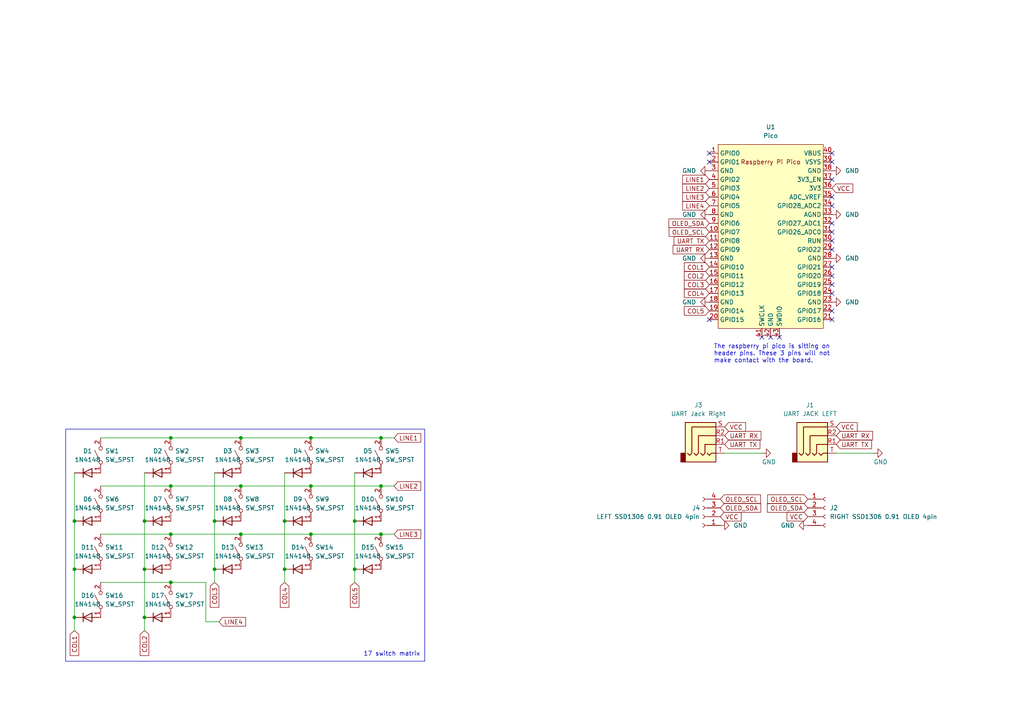
<source format=kicad_sch>
(kicad_sch (version 20230121) (generator eeschema)
  (paper "A4")
  (title_block (title "Eobard Split Keyboard") (date "2023-12-08") (rev "1.2") (company "by viniciusbrit") (comment 4 "This constitutes the design of a single half of a split keyboard."))
  (lib_symbols
    (symbol "Connector:Conn_01x04_Socket" (pin_names (offset 1.016) hide)
      (property "Reference" "J" (at 0 5.08 0))
      (property "Value" "Conn_01x04_Socket" (at 0 -7.62 0))
      (symbol "Conn_01x04_Socket_1_1"
        (arc (start 0 -4.572) (mid -0.5058 -5.08) (end 0 -5.588) (stroke (width 0.1524)))
        (arc (start 0 -2.032) (mid -0.5058 -2.54) (end 0 -3.048) (stroke (width 0.1524)))
        (polyline (pts (xy -1.27 -5.08) (xy -0.508 -5.08)) (stroke (width 0.1524)))
        (polyline (pts (xy -1.27 -2.54) (xy -0.508 -2.54)) (stroke (width 0.1524)))
        (polyline (pts (xy -1.27 0) (xy -0.508 0)) (stroke (width 0.1524)))
        (polyline (pts (xy -1.27 2.54) (xy -0.508 2.54)) (stroke (width 0.1524)))
        (arc (start 0 0.508) (mid -0.5058 0) (end 0 -0.508) (stroke (width 0.1524)))
        (arc (start 0 3.048) (mid -0.5058 2.54) (end 0 2.032) (stroke (width 0.1524)))
        (pin passive line (at -5.08 2.54 0) (length 3.81) (name "Pin_1") (number "1"))
        (pin passive line (at -5.08 0 0) (length 3.81) (name "Pin_2") (number "2"))
        (pin passive line (at -5.08 -2.54 0) (length 3.81) (name "Pin_3") (number "3"))
        (pin passive line (at -5.08 -5.08 0) (length 3.81) (name "Pin_4") (number "4"))
      )
    )
    (symbol "Connector_Audio:AudioJack4"
      (property "Reference" "J" (at 0 8.89 0))
      (property "Value" "AudioJack4" (at 0 6.35 0))
      (symbol "AudioJack4_0_1"
        (rectangle (start -6.35 -5.08) (end -7.62 -7.62) (stroke (width 0.254)) (fill (type outline)))
        (polyline (pts (xy 0 -5.08) (xy 0.635 -5.715) (xy 1.27 -5.08) (xy 2.54 -5.08)) (stroke (width 0.254)))
        (polyline (pts (xy -5.715 -5.08) (xy -5.08 -5.715) (xy -4.445 -5.08) (xy -4.445 2.54) (xy 2.54 2.54)) (stroke (width 0.254)))
        (polyline (pts (xy -1.905 -5.08) (xy -1.27 -5.715) (xy -0.635 -5.08) (xy -0.635 -2.54) (xy 2.54 -2.54)) (stroke (width 0.254)))
        (polyline (pts (xy 2.54 0) (xy -2.54 0) (xy -2.54 -5.08) (xy -3.175 -5.715) (xy -3.81 -5.08)) (stroke (width 0.254)))
        (rectangle (start 2.54 3.81) (end -6.35 -7.62) (stroke (width 0.254)) (fill (type background)))
      )
      (symbol "AudioJack4_1_1"
        (pin passive line (at 5.08 -2.54 180) (length 2.54) (name "~") (number "R1"))
        (pin passive line (at 5.08 0 180) (length 2.54) (name "~") (number "R2"))
        (pin passive line (at 5.08 2.54 180) (length 2.54) (name "~") (number "S"))
        (pin passive line (at 5.08 -5.08 180) (length 2.54) (name "~") (number "T"))
      )
    )
    (symbol "Diode:1N4148" (pin_numbers hide) (pin_names hide)
      (property "Reference" "D" (at 0 2.54 0))
      (property "Value" "1N4148" (at 0 -2.54 0))
      (symbol "1N4148_0_1"
        (polyline (pts (xy -1.27 1.27) (xy -1.27 -1.27)) (stroke (width 0.254)))
        (polyline (pts (xy 1.27 0) (xy -1.27 0)))
        (polyline (pts (xy 1.27 1.27) (xy 1.27 -1.27) (xy -1.27 0) (xy 1.27 1.27)) (stroke (width 0.254)))
      )
      (symbol "1N4148_1_1"
        (pin passive line (at -3.81 0 0) (length 2.54) (name "K") (number "1"))
        (pin passive line (at 3.81 0 180) (length 2.54) (name "A") (number "2"))
      )
    )
    (symbol "MCU_RaspberryPi_and_Boards:Pico"
      (property "Reference" "U" (at -13.97 27.94 0))
      (property "Value" "Pico" (at 0 19.05 0))
      (symbol "Pico_0_0"
        (text "Raspberry Pi Pico" (at 0 21.59 0) (effects (font (size 1.27 1.27))))
      )
      (symbol "Pico_0_1"
        (rectangle (start -15.24 26.67) (end 15.24 -26.67) (fill (type background)))
      )
      (symbol "Pico_1_1"
        (pin bidirectional line (at -17.78 24.13 0) (length 2.54) (name "GPIO0") (number "1"))
        (pin bidirectional line (at -17.78 1.27 0) (length 2.54) (name "GPIO7") (number "10"))
        (pin bidirectional line (at -17.78 -1.27 0) (length 2.54) (name "GPIO8") (number "11"))
        (pin bidirectional line (at -17.78 -3.81 0) (length 2.54) (name "GPIO9") (number "12"))
        (pin power_in line (at -17.78 -6.35 0) (length 2.54) (name "GND") (number "13"))
        (pin bidirectional line (at -17.78 -8.89 0) (length 2.54) (name "GPIO10") (number "14"))
        (pin bidirectional line (at -17.78 -11.43 0) (length 2.54) (name "GPIO11") (number "15"))
        (pin bidirectional line (at -17.78 -13.97 0) (length 2.54) (name "GPIO12") (number "16"))
        (pin bidirectional line (at -17.78 -16.51 0) (length 2.54) (name "GPIO13") (number "17"))
        (pin power_in line (at -17.78 -19.05 0) (length 2.54) (name "GND") (number "18"))
        (pin bidirectional line (at -17.78 -21.59 0) (length 2.54) (name "GPIO14") (number "19"))
        (pin bidirectional line (at -17.78 21.59 0) (length 2.54) (name "GPIO1") (number "2"))
        (pin bidirectional line (at -17.78 -24.13 0) (length 2.54) (name "GPIO15") (number "20"))
        (pin bidirectional line (at 17.78 -24.13 180) (length 2.54) (name "GPIO16") (number "21"))
        (pin bidirectional line (at 17.78 -21.59 180) (length 2.54) (name "GPIO17") (number "22"))
        (pin power_in line (at 17.78 -19.05 180) (length 2.54) (name "GND") (number "23"))
        (pin bidirectional line (at 17.78 -16.51 180) (length 2.54) (name "GPIO18") (number "24"))
        (pin bidirectional line (at 17.78 -13.97 180) (length 2.54) (name "GPIO19") (number "25"))
        (pin bidirectional line (at 17.78 -11.43 180) (length 2.54) (name "GPIO20") (number "26"))
        (pin bidirectional line (at 17.78 -8.89 180) (length 2.54) (name "GPIO21") (number "27"))
        (pin power_in line (at 17.78 -6.35 180) (length 2.54) (name "GND") (number "28"))
        (pin bidirectional line (at 17.78 -3.81 180) (length 2.54) (name "GPIO22") (number "29"))
        (pin power_in line (at -17.78 19.05 0) (length 2.54) (name "GND") (number "3"))
        (pin input line (at 17.78 -1.27 180) (length 2.54) (name "RUN") (number "30"))
        (pin bidirectional line (at 17.78 1.27 180) (length 2.54) (name "GPIO26_ADC0") (number "31"))
        (pin bidirectional line (at 17.78 3.81 180) (length 2.54) (name "GPIO27_ADC1") (number "32"))
        (pin power_in line (at 17.78 6.35 180) (length 2.54) (name "AGND") (number "33"))
        (pin bidirectional line (at 17.78 8.89 180) (length 2.54) (name "GPIO28_ADC2") (number "34"))
        (pin power_in line (at 17.78 11.43 180) (length 2.54) (name "ADC_VREF") (number "35"))
        (pin power_in line (at 17.78 13.97 180) (length 2.54) (name "3V3") (number "36"))
        (pin input line (at 17.78 16.51 180) (length 2.54) (name "3V3_EN") (number "37"))
        (pin bidirectional line (at 17.78 19.05 180) (length 2.54) (name "GND") (number "38"))
        (pin power_in line (at 17.78 21.59 180) (length 2.54) (name "VSYS") (number "39"))
        (pin bidirectional line (at -17.78 16.51 0) (length 2.54) (name "GPIO2") (number "4"))
        (pin power_in line (at 17.78 24.13 180) (length 2.54) (name "VBUS") (number "40"))
        (pin input line (at -2.54 -29.21 90) (length 2.54) (name "SWCLK") (number "41"))
        (pin power_in line (at 0 -29.21 90) (length 2.54) (name "GND") (number "42"))
        (pin bidirectional line (at 2.54 -29.21 90) (length 2.54) (name "SWDIO") (number "43"))
        (pin bidirectional line (at -17.78 13.97 0) (length 2.54) (name "GPIO3") (number "5"))
        (pin bidirectional line (at -17.78 11.43 0) (length 2.54) (name "GPIO4") (number "6"))
        (pin bidirectional line (at -17.78 8.89 0) (length 2.54) (name "GPIO5") (number "7"))
        (pin power_in line (at -17.78 6.35 0) (length 2.54) (name "GND") (number "8"))
        (pin bidirectional line (at -17.78 3.81 0) (length 2.54) (name "GPIO6") (number "9"))
      )
    )
    (symbol "Switch:SW_SPST" (pin_names (offset 0) hide)
      (property "Reference" "SW" (at 0 3.175 0))
      (property "Value" "SW_SPST" (at 0 -2.54 0))
      (symbol "SW_SPST_0_0"
        (circle (center -2.032 0) (radius 0.508))
        (polyline (pts (xy -1.524 0.254) (xy 1.524 1.778)))
        (circle (center 2.032 0) (radius 0.508))
      )
      (symbol "SW_SPST_1_1"
        (pin passive line (at -5.08 0 0) (length 2.54) (name "A") (number "1"))
        (pin passive line (at 5.08 0 180) (length 2.54) (name "B") (number "2"))
      )
    )
    (symbol "power:GND" (power) (pin_names (offset 0))
      (property "Value" "GND" (at 0 -3.81 0))
      (symbol "GND_0_1"
        (polyline (pts (xy 0 0) (xy 0 -1.27) (xy 1.27 -1.27) (xy 0 -2.54) (xy -1.27 -1.27) (xy 0 -1.27)))
      )
      (symbol "GND_1_1"
        (pin power_in line (at 0 0 270) (length 0) hide (name "GND") (number "1"))
      )
    )
  )
  (junction (at 21.59 179.07))
  (junction (at 21.59 151.13))
  (junction (at 69.85 127))
  (junction (at 49.53 168.91))
  (junction (at 49.53 154.94))
  (junction (at 110.49 127))
  (junction (at 90.17 154.94))
  (junction (at 69.85 154.94))
  (junction (at 102.87 151.13))
  (junction (at 90.17 127))
  (junction (at 110.49 154.94))
  (junction (at 62.23 151.13))
  (junction (at 82.55 151.13))
  (junction (at 21.59 165.1))
  (junction (at 69.85 140.97))
  (junction (at 41.91 151.13))
  (junction (at 49.53 140.97))
  (junction (at 102.87 165.1))
  (junction (at 62.23 165.1))
  (junction (at 41.91 179.07))
  (junction (at 90.17 140.97))
  (junction (at 49.53 127))
  (junction (at 41.91 165.1))
  (junction (at 82.55 165.1))
  (junction (at 110.49 140.97))
  (no_connect (at 241.3 44.45))
  (no_connect (at 241.3 67.31))
  (no_connect (at 241.3 57.15))
  (no_connect (at 241.3 80.01))
  (no_connect (at 226.06 97.79))
  (no_connect (at 241.3 69.85))
  (no_connect (at 205.74 44.45))
  (no_connect (at 241.3 52.07))
  (no_connect (at 241.3 82.55))
  (no_connect (at 223.52 97.79))
  (no_connect (at 205.74 92.71))
  (no_connect (at 220.98 97.79))
  (no_connect (at 241.3 90.17))
  (no_connect (at 205.74 46.99))
  (no_connect (at 241.3 72.39))
  (no_connect (at 241.3 59.69))
  (no_connect (at 241.3 77.47))
  (no_connect (at 241.3 46.99))
  (no_connect (at 241.3 85.09))
  (no_connect (at 241.3 64.77))
  (no_connect (at 241.3 92.71))
  (wire (pts (xy 21.59 165.1) (xy 21.59 179.07)))
  (wire (pts (xy 102.87 137.16) (xy 102.87 151.13)))
  (wire (pts (xy 29.21 154.94) (xy 49.53 154.94)))
  (wire (pts (xy 41.91 137.16) (xy 41.91 151.13)))
  (wire (pts (xy 82.55 165.1) (xy 82.55 168.91)))
  (wire (pts (xy 110.49 140.97) (xy 114.3 140.97)))
  (wire (pts (xy 102.87 165.1) (xy 102.87 168.91)))
  (wire (pts (xy 49.53 127) (xy 69.85 127)))
  (wire (pts (xy 21.59 137.16) (xy 21.59 151.13)))
  (wire (pts (xy 69.85 140.97) (xy 90.17 140.97)))
  (wire (pts (xy 41.91 151.13) (xy 41.91 165.1)))
  (wire (pts (xy 102.87 151.13) (xy 102.87 165.1)))
  (wire (pts (xy 41.91 165.1) (xy 41.91 179.07)))
  (wire (pts (xy 59.69 180.34) (xy 63.5 180.34)))
  (wire (pts (xy 90.17 127) (xy 110.49 127)))
  (wire (pts (xy 242.57 131.445) (xy 253.365 131.445)))
  (wire (pts (xy 59.69 168.91) (xy 49.53 168.91)))
  (wire (pts (xy 49.53 140.97) (xy 69.85 140.97)))
  (wire (pts (xy 82.55 137.16) (xy 82.55 151.13)))
  (wire (pts (xy 59.69 180.34) (xy 59.69 168.91)))
  (wire (pts (xy 62.23 151.13) (xy 62.23 165.1)))
  (wire (pts (xy 69.85 127) (xy 90.17 127)))
  (wire (pts (xy 90.17 140.97) (xy 110.49 140.97)))
  (wire (pts (xy 62.23 137.16) (xy 62.23 151.13)))
  (wire (pts (xy 49.53 154.94) (xy 69.85 154.94)))
  (wire (pts (xy 29.21 168.91) (xy 49.53 168.91)))
  (wire (pts (xy 210.185 131.445) (xy 220.98 131.445)))
  (wire (pts (xy 90.17 154.94) (xy 110.49 154.94)))
  (wire (pts (xy 21.59 151.13) (xy 21.59 165.1)))
  (wire (pts (xy 21.59 179.07) (xy 21.59 182.88)))
  (wire (pts (xy 110.49 127) (xy 114.3 127)))
  (wire (pts (xy 110.49 154.94) (xy 114.3 154.94)))
  (wire (pts (xy 62.23 165.1) (xy 62.23 168.91)))
  (wire (pts (xy 41.91 179.07) (xy 41.91 182.88)))
  (wire (pts (xy 29.21 140.97) (xy 49.53 140.97)))
  (wire (pts (xy 82.55 151.13) (xy 82.55 165.1)))
  (wire (pts (xy 29.21 127) (xy 49.53 127)))
  (wire (pts (xy 69.85 154.94) (xy 90.17 154.94)))
  (rectangle (start 19.05 124.46) (end 123.19 191.77))
  (text "The raspberry pi pico is sitting on \nheader pins. These 3 pins will not \nmake contact with the board." (at 207.01 105.41 0) (effects (font (size 1.27 1.27)) (justify left bottom)))
  (text "17 switch matrix" (at 105.41 190.5 0) (effects (font (size 1.27 1.27)) (justify left bottom)))
  (global_label "UART TX" (shape input) (at 205.74 69.85 180) (property "Intersheetrefs" "${INTERSHEET_REFS}" (effects hide)))
  (global_label "COL2" (shape input) (at 41.91 182.88 270) (property "Intersheetrefs" "${INTERSHEET_REFS}" (effects hide)))
  (global_label "LINE2" (shape input) (at 114.3 140.97 0) (property "Intersheetrefs" "${INTERSHEET_REFS}" (effects hide)))
  (global_label "OLED_SCL" (shape input) (at 205.74 67.31 180) (property "Intersheetrefs" "${INTERSHEET_REFS}" (effects hide)))
  (global_label "UART RX" (shape input) (at 242.57 126.365 0) (property "Intersheetrefs" "${INTERSHEET_REFS}" (effects hide)))
  (global_label "LINE3" (shape input) (at 114.3 154.94 0) (property "Intersheetrefs" "${INTERSHEET_REFS}" (effects hide)))
  (global_label "LINE4" (shape input) (at 63.5 180.34 0) (property "Intersheetrefs" "${INTERSHEET_REFS}" (effects hide)))
  (global_label "UART TX" (shape input) (at 210.185 128.905 0) (property "Intersheetrefs" "${INTERSHEET_REFS}" (effects hide)))
  (global_label "LINE3" (shape input) (at 205.74 57.15 180) (property "Intersheetrefs" "${INTERSHEET_REFS}" (effects hide)))
  (global_label "LINE1" (shape input) (at 114.3 127 0) (property "Intersheetrefs" "${INTERSHEET_REFS}" (effects hide)))
  (global_label "OLED_SDA" (shape input) (at 208.915 147.32 0) (property "Intersheetrefs" "${INTERSHEET_REFS}" (effects hide)))
  (global_label "LINE4" (shape input) (at 205.74 59.69 180) (property "Intersheetrefs" "${INTERSHEET_REFS}" (effects hide)))
  (global_label "COL4" (shape input) (at 205.74 85.09 180) (property "Intersheetrefs" "${INTERSHEET_REFS}" (effects hide)))
  (global_label "VCC" (shape input) (at 241.3 54.61 0) (property "Intersheetrefs" "${INTERSHEET_REFS}" (effects hide)))
  (global_label "VCC" (shape input) (at 208.915 149.86 0) (property "Intersheetrefs" "${INTERSHEET_REFS}" (effects hide)))
  (global_label "COL5" (shape input) (at 205.74 90.17 180) (property "Intersheetrefs" "${INTERSHEET_REFS}" (effects hide)))
  (global_label "OLED_SCL" (shape input) (at 234.315 144.78 180) (property "Intersheetrefs" "${INTERSHEET_REFS}" (effects hide)))
  (global_label "COL3" (shape input) (at 62.23 168.91 270) (property "Intersheetrefs" "${INTERSHEET_REFS}" (effects hide)))
  (global_label "UART TX" (shape input) (at 242.57 128.905 0) (property "Intersheetrefs" "${INTERSHEET_REFS}" (effects hide)))
  (global_label "VCC" (shape input) (at 242.57 123.825 0) (property "Intersheetrefs" "${INTERSHEET_REFS}" (effects hide)))
  (global_label "VCC" (shape input) (at 234.315 149.86 180) (property "Intersheetrefs" "${INTERSHEET_REFS}" (effects hide)))
  (global_label "COL4" (shape input) (at 82.55 168.91 270) (property "Intersheetrefs" "${INTERSHEET_REFS}" (effects hide)))
  (global_label "UART RX" (shape input) (at 205.74 72.39 180) (property "Intersheetrefs" "${INTERSHEET_REFS}" (effects hide)))
  (global_label "COL3" (shape input) (at 205.74 82.55 180) (property "Intersheetrefs" "${INTERSHEET_REFS}" (effects hide)))
  (global_label "UART RX" (shape input) (at 210.185 126.365 0) (property "Intersheetrefs" "${INTERSHEET_REFS}" (effects hide)))
  (global_label "OLED_SDA" (shape input) (at 205.74 64.77 180) (property "Intersheetrefs" "${INTERSHEET_REFS}" (effects hide)))
  (global_label "VCC" (shape input) (at 210.185 123.825 0) (property "Intersheetrefs" "${INTERSHEET_REFS}" (effects hide)))
  (global_label "COL1" (shape input) (at 21.59 182.88 270) (property "Intersheetrefs" "${INTERSHEET_REFS}" (effects hide)))
  (global_label "COL2" (shape input) (at 205.74 80.01 180) (property "Intersheetrefs" "${INTERSHEET_REFS}" (effects hide)))
  (global_label "COL1" (shape input) (at 205.74 77.47 180) (property "Intersheetrefs" "${INTERSHEET_REFS}" (effects hide)))
  (global_label "COL5" (shape input) (at 102.87 168.91 270) (property "Intersheetrefs" "${INTERSHEET_REFS}" (effects hide)))
  (global_label "OLED_SCL" (shape input) (at 208.915 144.78 0) (property "Intersheetrefs" "${INTERSHEET_REFS}" (effects hide)))
  (global_label "LINE1" (shape input) (at 205.74 52.07 180) (property "Intersheetrefs" "${INTERSHEET_REFS}" (effects hide)))
  (global_label "LINE2" (shape input) (at 205.74 54.61 180) (property "Intersheetrefs" "${INTERSHEET_REFS}" (effects hide)))
  (global_label "OLED_SDA" (shape input) (at 234.315 147.32 180) (property "Intersheetrefs" "${INTERSHEET_REFS}" (effects hide)))
  (symbol (lib_id "Switch:SW_SPST") (at 29.21 132.08 90) (unit 1)
    (property "Reference" "SW1" (at 30.48 130.81 90) (effects (justify right)))
    (property "Value" "SW_SPST" (at 30.48 133.35 90) (effects (justify right)))
    (property "Footprint" "keyswitches:SW_MX_reversible" (effects hide))
  )
  (symbol (lib_id "power:GND") (at 241.3 87.63 90) (unit 1)
    (property "Reference" "#PWR05" (effects hide))
    (property "Value" "GND" (at 245.11 87.63 90) (effects (justify right)))
  )
  (symbol (lib_id "Connector:Conn_01x04_Socket") (at 203.835 149.86 180) (unit 1)
    (property "Reference" "J4" (at 201.93 147.32 0))
    (property "Value" "LEFT SSD1306 0.91 OLED 4pin" (at 187.96 149.86 0))
    (property "Footprint" "Connector_PinHeader_2.54mm:PinHeader_1x04_P2.54mm_Vertical" (effects hide))
  )
  (symbol (lib_id "power:GND") (at 241.3 74.93 90) (unit 1)
    (property "Reference" "#PWR06" (effects hide))
    (property "Value" "GND" (at 245.11 74.93 90) (effects (justify right)))
  )
  (symbol (lib_id "Diode:1N4148") (at 86.36 137.16 0) (unit 1)
    (property "Reference" "D4" (at 86.36 130.81 0))
    (property "Value" "1N4148" (at 86.36 133.35 0))
    (property "Footprint" "Diode_THT:D_DO-35_SOD27_P7.62mm_Horizontal" (effects hide))
    (property "Datasheet" "https://assets.nexperia.com/documents/data-sheet/1N4148_1N4448.pdf" (effects hide))
    (property "Sim.Device" "D" (effects hide))
    (property "Sim.Pins" "1=K 2=A" (effects hide))
  )
  (symbol (lib_id "power:GND") (at 241.3 62.23 90) (unit 1)
    (property "Reference" "#PWR08" (effects hide))
    (property "Value" "GND" (at 245.11 62.23 90) (effects (justify right)))
  )
  (symbol (lib_id "power:GND") (at 220.98 131.445 90) (unit 1)
    (property "Reference" "#PWR09" (effects hide))
    (property "Value" "GND" (at 220.98 133.985 90) (effects (justify right)))
  )
  (symbol (lib_id "power:GND") (at 205.74 62.23 270) (unit 1)
    (property "Reference" "#PWR010" (effects hide))
    (property "Value" "GND" (at 201.93 62.23 90) (effects (justify right)))
  )
  (symbol (lib_id "Switch:SW_SPST") (at 90.17 146.05 90) (unit 1)
    (property "Reference" "SW9" (at 91.44 144.78 90) (effects (justify right)))
    (property "Value" "SW_SPST" (at 91.44 147.32 90) (effects (justify right)))
    (property "Footprint" "keyswitches:SW_MX_reversible" (effects hide))
  )
  (symbol (lib_id "power:GND") (at 205.74 49.53 270) (unit 1)
    (property "Reference" "#PWR01" (effects hide))
    (property "Value" "GND" (at 201.93 49.53 90) (effects (justify right)))
  )
  (symbol (lib_id "power:GND") (at 208.915 152.4 90) (unit 1)
    (property "Reference" "#PWR012" (effects hide))
    (property "Value" "GND" (at 212.725 152.4 90) (effects (justify right)))
  )
  (symbol (lib_id "Switch:SW_SPST") (at 29.21 173.99 90) (unit 1)
    (property "Reference" "SW16" (at 30.48 172.72 90) (effects (justify right)))
    (property "Value" "SW_SPST" (at 30.48 175.26 90) (effects (justify right)))
    (property "Footprint" "keyswitches:SW_MX_reversible" (effects hide))
  )
  (symbol (lib_id "Switch:SW_SPST") (at 69.85 132.08 90) (unit 1)
    (property "Reference" "SW3" (at 71.12 130.81 90) (effects (justify right)))
    (property "Value" "SW_SPST" (at 71.12 133.35 90) (effects (justify right)))
    (property "Footprint" "keyswitches:SW_MX_reversible" (effects hide))
  )
  (symbol (lib_id "Switch:SW_SPST") (at 29.21 160.02 90) (unit 1)
    (property "Reference" "SW11" (at 30.48 158.75 90) (effects (justify right)))
    (property "Value" "SW_SPST" (at 30.48 161.29 90) (effects (justify right)))
    (property "Footprint" "keyswitches:SW_MX_reversible" (effects hide))
  )
  (symbol (lib_id "Connector:Conn_01x04_Socket") (at 239.395 147.32 0) (unit 1)
    (property "Reference" "J2" (at 240.665 147.32 0) (effects (justify left)))
    (property "Value" "RIGHT SSD1306 0.91 OLED 4pin" (at 240.665 149.86 0) (effects (justify left)))
    (property "Footprint" "Connector_PinHeader_2.54mm:PinHeader_1x04_P2.54mm_Vertical" (effects hide))
  )
  (symbol (lib_id "Connector_Audio:AudioJack4") (at 205.105 126.365 0) (unit 1)
    (property "Reference" "J3" (at 202.565 117.475 0))
    (property "Value" "UART Jack Right" (at 202.565 120.015 0))
    (property "Footprint" "PJ-320A_Library:PJ-320A" (effects hide))
  )
  (symbol (lib_id "Diode:1N4148") (at 45.72 179.07 0) (unit 1)
    (property "Reference" "D17" (at 45.72 172.72 0))
    (property "Value" "1N4148" (at 45.72 175.26 0))
    (property "Footprint" "Diode_THT:D_DO-35_SOD27_P7.62mm_Horizontal" (effects hide))
    (property "Datasheet" "https://assets.nexperia.com/documents/data-sheet/1N4148_1N4448.pdf" (effects hide))
    (property "Sim.Device" "D" (effects hide))
    (property "Sim.Pins" "1=K 2=A" (effects hide))
  )
  (symbol (lib_id "Diode:1N4148") (at 45.72 165.1 0) (unit 1)
    (property "Reference" "D12" (at 45.72 158.75 0))
    (property "Value" "1N4148" (at 45.72 161.29 0))
    (property "Footprint" "Diode_THT:D_DO-35_SOD27_P7.62mm_Horizontal" (effects hide))
    (property "Datasheet" "https://assets.nexperia.com/documents/data-sheet/1N4148_1N4448.pdf" (effects hide))
    (property "Sim.Device" "D" (effects hide))
    (property "Sim.Pins" "1=K 2=A" (effects hide))
  )
  (symbol (lib_id "Switch:SW_SPST") (at 49.53 132.08 90) (unit 1)
    (property "Reference" "SW2" (at 50.8 130.81 90) (effects (justify right)))
    (property "Value" "SW_SPST" (at 50.8 133.35 90) (effects (justify right)))
    (property "Footprint" "keyswitches:SW_MX_reversible" (effects hide))
  )
  (symbol (lib_id "power:GND") (at 205.74 87.63 270) (unit 1)
    (property "Reference" "#PWR04" (effects hide))
    (property "Value" "GND" (at 201.93 87.63 90) (effects (justify right)))
  )
  (symbol (lib_id "Switch:SW_SPST") (at 49.53 146.05 90) (unit 1)
    (property "Reference" "SW7" (at 50.8 144.78 90) (effects (justify right)))
    (property "Value" "SW_SPST" (at 50.8 147.32 90) (effects (justify right)))
    (property "Footprint" "keyswitches:SW_MX_reversible" (effects hide))
  )
  (symbol (lib_id "Switch:SW_SPST") (at 110.49 160.02 90) (unit 1)
    (property "Reference" "SW15" (at 111.76 158.75 90) (effects (justify right)))
    (property "Value" "SW_SPST" (at 111.76 161.29 90) (effects (justify right)))
    (property "Footprint" "keyswitches:SW_MX_reversible" (effects hide))
  )
  (symbol (lib_id "power:GND") (at 253.365 131.445 90) (unit 1)
    (property "Reference" "#PWR011" (effects hide))
    (property "Value" "GND" (at 253.365 133.985 90) (effects (justify right)))
  )
  (symbol (lib_id "Switch:SW_SPST") (at 110.49 132.08 90) (unit 1)
    (property "Reference" "SW5" (at 111.76 130.81 90) (effects (justify right)))
    (property "Value" "SW_SPST" (at 111.76 133.35 90) (effects (justify right)))
    (property "Footprint" "keyswitches:SW_MX_reversible" (effects hide))
  )
  (symbol (lib_id "power:GND") (at 241.3 49.53 90) (unit 1)
    (property "Reference" "#PWR07" (effects hide))
    (property "Value" "GND" (at 245.11 49.53 90) (effects (justify right)))
  )
  (symbol (lib_id "Connector_Audio:AudioJack4") (at 237.49 126.365 0) (unit 1)
    (property "Reference" "J1" (at 234.95 117.475 0))
    (property "Value" "UART JACK LEFT" (at 234.95 120.015 0))
    (property "Footprint" "PJ-320A_Library:PJ-320A" (effects hide))
  )
  (symbol (lib_id "Diode:1N4148") (at 106.68 151.13 0) (unit 1)
    (property "Reference" "D10" (at 106.68 144.78 0))
    (property "Value" "1N4148" (at 106.68 147.32 0))
    (property "Footprint" "Diode_THT:D_DO-35_SOD27_P7.62mm_Horizontal" (effects hide))
    (property "Datasheet" "https://assets.nexperia.com/documents/data-sheet/1N4148_1N4448.pdf" (effects hide))
    (property "Sim.Device" "D" (effects hide))
    (property "Sim.Pins" "1=K 2=A" (effects hide))
  )
  (symbol (lib_id "Diode:1N4148") (at 25.4 151.13 0) (unit 1)
    (property "Reference" "D6" (at 25.4 144.78 0))
    (property "Value" "1N4148" (at 25.4 147.32 0))
    (property "Footprint" "Diode_THT:D_DO-35_SOD27_P7.62mm_Horizontal" (effects hide))
    (property "Datasheet" "https://assets.nexperia.com/documents/data-sheet/1N4148_1N4448.pdf" (effects hide))
    (property "Sim.Device" "D" (effects hide))
    (property "Sim.Pins" "1=K 2=A" (effects hide))
  )
  (symbol (lib_id "Switch:SW_SPST") (at 90.17 132.08 90) (unit 1)
    (property "Reference" "SW4" (at 91.44 130.81 90) (effects (justify right)))
    (property "Value" "SW_SPST" (at 91.44 133.35 90) (effects (justify right)))
    (property "Footprint" "keyswitches:SW_MX_reversible" (effects hide))
  )
  (symbol (lib_id "power:GND") (at 205.74 74.93 270) (unit 1)
    (property "Reference" "#PWR03" (effects hide))
    (property "Value" "GND" (at 201.93 74.93 90) (effects (justify right)))
  )
  (symbol (lib_id "Switch:SW_SPST") (at 69.85 146.05 90) (unit 1)
    (property "Reference" "SW8" (at 71.12 144.78 90) (effects (justify right)))
    (property "Value" "SW_SPST" (at 71.12 147.32 90) (effects (justify right)))
    (property "Footprint" "keyswitches:SW_MX_reversible" (effects hide))
  )
  (symbol (lib_id "Diode:1N4148") (at 66.04 165.1 0) (unit 1)
    (property "Reference" "D13" (at 66.04 158.75 0))
    (property "Value" "1N4148" (at 66.04 161.29 0))
    (property "Footprint" "Diode_THT:D_DO-35_SOD27_P7.62mm_Horizontal" (effects hide))
    (property "Datasheet" "https://assets.nexperia.com/documents/data-sheet/1N4148_1N4448.pdf" (effects hide))
    (property "Sim.Device" "D" (effects hide))
    (property "Sim.Pins" "1=K 2=A" (effects hide))
  )
  (symbol (lib_id "Diode:1N4148") (at 66.04 151.13 0) (unit 1)
    (property "Reference" "D8" (at 66.04 144.78 0))
    (property "Value" "1N4148" (at 66.04 147.32 0))
    (property "Footprint" "Diode_THT:D_DO-35_SOD27_P7.62mm_Horizontal" (effects hide))
    (property "Datasheet" "https://assets.nexperia.com/documents/data-sheet/1N4148_1N4448.pdf" (effects hide))
    (property "Sim.Device" "D" (effects hide))
    (property "Sim.Pins" "1=K 2=A" (effects hide))
  )
  (symbol (lib_id "Diode:1N4148") (at 25.4 165.1 0) (unit 1)
    (property "Reference" "D11" (at 25.4 158.75 0))
    (property "Value" "1N4148" (at 25.4 161.29 0))
    (property "Footprint" "Diode_THT:D_DO-35_SOD27_P7.62mm_Horizontal" (effects hide))
    (property "Datasheet" "https://assets.nexperia.com/documents/data-sheet/1N4148_1N4448.pdf" (effects hide))
    (property "Sim.Device" "D" (effects hide))
    (property "Sim.Pins" "1=K 2=A" (effects hide))
  )
  (symbol (lib_id "Diode:1N4148") (at 106.68 137.16 0) (unit 1)
    (property "Reference" "D5" (at 106.68 130.81 0))
    (property "Value" "1N4148" (at 106.68 133.35 0))
    (property "Footprint" "Diode_THT:D_DO-35_SOD27_P7.62mm_Horizontal" (effects hide))
    (property "Datasheet" "https://assets.nexperia.com/documents/data-sheet/1N4148_1N4448.pdf" (effects hide))
    (property "Sim.Device" "D" (effects hide))
    (property "Sim.Pins" "1=K 2=A" (effects hide))
  )
  (symbol (lib_id "Diode:1N4148") (at 25.4 179.07 0) (unit 1)
    (property "Reference" "D16" (at 25.4 172.72 0))
    (property "Value" "1N4148" (at 25.4 175.26 0))
    (property "Footprint" "Diode_THT:D_DO-35_SOD27_P7.62mm_Horizontal" (effects hide))
    (property "Datasheet" "https://assets.nexperia.com/documents/data-sheet/1N4148_1N4448.pdf" (effects hide))
    (property "Sim.Device" "D" (effects hide))
    (property "Sim.Pins" "1=K 2=A" (effects hide))
  )
  (symbol (lib_id "Switch:SW_SPST") (at 90.17 160.02 90) (unit 1)
    (property "Reference" "SW14" (at 91.44 158.75 90) (effects (justify right)))
    (property "Value" "SW_SPST" (at 91.44 161.29 90) (effects (justify right)))
    (property "Footprint" "keyswitches:SW_MX_reversible" (effects hide))
  )
  (symbol (lib_id "Switch:SW_SPST") (at 49.53 160.02 90) (unit 1)
    (property "Reference" "SW12" (at 50.8 158.75 90) (effects (justify right)))
    (property "Value" "SW_SPST" (at 50.8 161.29 90) (effects (justify right)))
    (property "Footprint" "keyswitches:SW_MX_reversible" (effects hide))
  )
  (symbol (lib_id "Diode:1N4148") (at 45.72 137.16 0) (unit 1)
    (property "Reference" "D2" (at 45.72 130.81 0))
    (property "Value" "1N4148" (at 45.72 133.35 0))
    (property "Footprint" "Diode_THT:D_DO-35_SOD27_P7.62mm_Horizontal" (effects hide))
    (property "Datasheet" "https://assets.nexperia.com/documents/data-sheet/1N4148_1N4448.pdf" (effects hide))
    (property "Sim.Device" "D" (effects hide))
    (property "Sim.Pins" "1=K 2=A" (effects hide))
  )
  (symbol (lib_id "Switch:SW_SPST") (at 29.21 146.05 90) (unit 1)
    (property "Reference" "SW6" (at 30.48 144.78 90) (effects (justify right)))
    (property "Value" "SW_SPST" (at 30.48 147.32 90) (effects (justify right)))
    (property "Footprint" "keyswitches:SW_MX_reversible" (effects hide))
  )
  (symbol (lib_id "power:GND") (at 234.315 152.4 270) (unit 1)
    (property "Reference" "#PWR02" (effects hide))
    (property "Value" "GND" (at 230.505 152.4 90) (effects (justify right)))
  )
  (symbol (lib_id "Diode:1N4148") (at 86.36 165.1 0) (unit 1)
    (property "Reference" "D14" (at 86.36 158.75 0))
    (property "Value" "1N4148" (at 86.36 161.29 0))
    (property "Footprint" "Diode_THT:D_DO-35_SOD27_P7.62mm_Horizontal" (effects hide))
    (property "Datasheet" "https://assets.nexperia.com/documents/data-sheet/1N4148_1N4448.pdf" (effects hide))
    (property "Sim.Device" "D" (effects hide))
    (property "Sim.Pins" "1=K 2=A" (effects hide))
  )
  (symbol (lib_id "Switch:SW_SPST") (at 69.85 160.02 90) (unit 1)
    (property "Reference" "SW13" (at 71.12 158.75 90) (effects (justify right)))
    (property "Value" "SW_SPST" (at 71.12 161.29 90) (effects (justify right)))
    (property "Footprint" "keyswitches:SW_MX_reversible" (effects hide))
  )
  (symbol (lib_id "Diode:1N4148") (at 106.68 165.1 0) (unit 1)
    (property "Reference" "D15" (at 106.68 158.75 0))
    (property "Value" "1N4148" (at 106.68 161.29 0))
    (property "Footprint" "Diode_THT:D_DO-35_SOD27_P7.62mm_Horizontal" (effects hide))
    (property "Datasheet" "https://assets.nexperia.com/documents/data-sheet/1N4148_1N4448.pdf" (effects hide))
    (property "Sim.Device" "D" (effects hide))
    (property "Sim.Pins" "1=K 2=A" (effects hide))
  )
  (symbol (lib_id "Diode:1N4148") (at 86.36 151.13 0) (unit 1)
    (property "Reference" "D9" (at 86.36 144.78 0))
    (property "Value" "1N4148" (at 86.36 147.32 0))
    (property "Footprint" "Diode_THT:D_DO-35_SOD27_P7.62mm_Horizontal" (effects hide))
    (property "Datasheet" "https://assets.nexperia.com/documents/data-sheet/1N4148_1N4448.pdf" (effects hide))
    (property "Sim.Device" "D" (effects hide))
    (property "Sim.Pins" "1=K 2=A" (effects hide))
  )
  (symbol (lib_id "Switch:SW_SPST") (at 49.53 173.99 90) (unit 1)
    (property "Reference" "SW17" (at 50.8 172.72 90) (effects (justify right)))
    (property "Value" "SW_SPST" (at 50.8 175.26 90) (effects (justify right)))
    (property "Footprint" "keyswitches:SW_MX_reversible" (effects hide))
  )
  (symbol (lib_id "Diode:1N4148") (at 66.04 137.16 0) (unit 1)
    (property "Reference" "D3" (at 66.04 130.81 0))
    (property "Value" "1N4148" (at 66.04 133.35 0))
    (property "Footprint" "Diode_THT:D_DO-35_SOD27_P7.62mm_Horizontal" (effects hide))
    (property "Datasheet" "https://assets.nexperia.com/documents/data-sheet/1N4148_1N4448.pdf" (effects hide))
    (property "Sim.Device" "D" (effects hide))
    (property "Sim.Pins" "1=K 2=A" (effects hide))
  )
  (symbol (lib_id "Diode:1N4148") (at 25.4 137.16 0) (unit 1)
    (property "Reference" "D1" (at 25.4 130.81 0))
    (property "Value" "1N4148" (at 25.4 133.35 0))
    (property "Footprint" "Diode_THT:D_DO-35_SOD27_P7.62mm_Horizontal" (effects hide))
    (property "Datasheet" "https://assets.nexperia.com/documents/data-sheet/1N4148_1N4448.pdf" (effects hide))
    (property "Sim.Device" "D" (effects hide))
    (property "Sim.Pins" "1=K 2=A" (effects hide))
  )
  (symbol (lib_id "MCU_RaspberryPi_and_Boards:Pico") (at 223.52 68.58 0) (unit 1)
    (property "Reference" "U1" (at 223.52 36.83 0))
    (property "Value" "Pico" (at 223.52 39.37 0))
    (property "Footprint" "MCU_RaspberryPi_and_Boards:RPi_Pico_SMD_TH" (effects hide))
  )
  (symbol (lib_id "Switch:SW_SPST") (at 110.49 146.05 90) (unit 1)
    (property "Reference" "SW10" (at 111.76 144.78 90) (effects (justify right)))
    (property "Value" "SW_SPST" (at 111.76 147.32 90) (effects (justify right)))
    (property "Footprint" "keyswitches:SW_MX_reversible" (effects hide))
  )
  (symbol (lib_id "Diode:1N4148") (at 45.72 151.13 0) (unit 1)
    (property "Reference" "D7" (at 45.72 144.78 0))
    (property "Value" "1N4148" (at 45.72 147.32 0))
    (property "Footprint" "Diode_THT:D_DO-35_SOD27_P7.62mm_Horizontal" (effects hide))
    (property "Datasheet" "https://assets.nexperia.com/documents/data-sheet/1N4148_1N4448.pdf" (effects hide))
    (property "Sim.Device" "D" (effects hide))
    (property "Sim.Pins" "1=K 2=A" (effects hide))
  )
)
</source>
